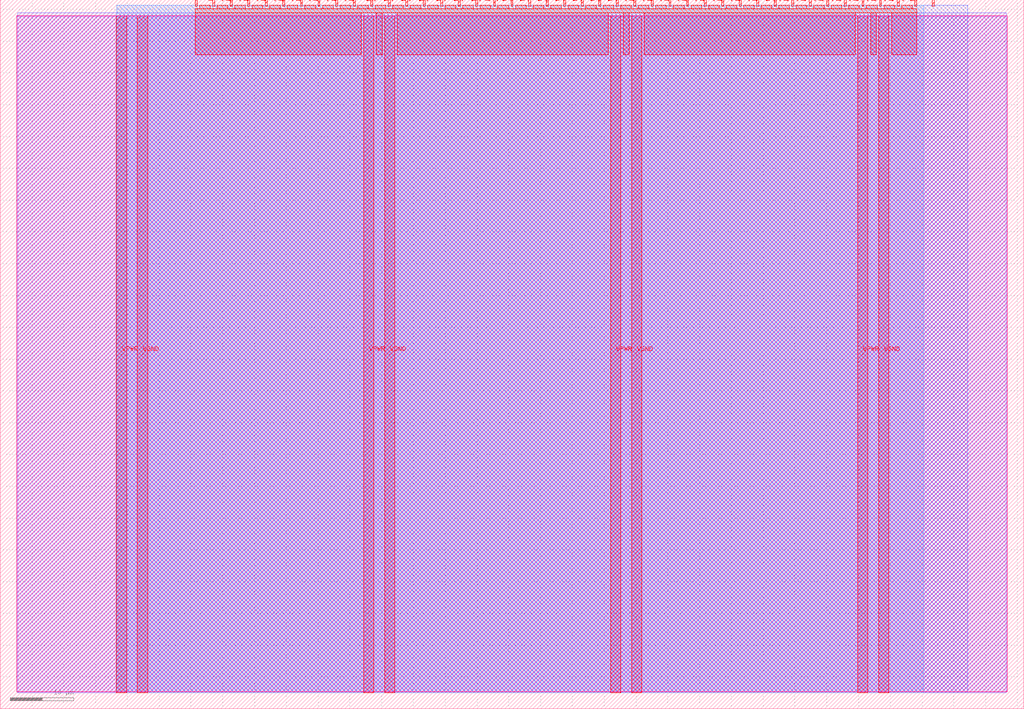
<source format=lef>
VERSION 5.7 ;
  NOWIREEXTENSIONATPIN ON ;
  DIVIDERCHAR "/" ;
  BUSBITCHARS "[]" ;
MACRO tt_um_atomNPU
  CLASS BLOCK ;
  FOREIGN tt_um_atomNPU ;
  ORIGIN 0.000 0.000 ;
  SIZE 161.000 BY 111.520 ;
  PIN VGND
    DIRECTION INOUT ;
    USE GROUND ;
    PORT
      LAYER met4 ;
        RECT 21.580 2.480 23.180 109.040 ;
    END
    PORT
      LAYER met4 ;
        RECT 60.450 2.480 62.050 109.040 ;
    END
    PORT
      LAYER met4 ;
        RECT 99.320 2.480 100.920 109.040 ;
    END
    PORT
      LAYER met4 ;
        RECT 138.190 2.480 139.790 109.040 ;
    END
  END VGND
  PIN VPWR
    DIRECTION INOUT ;
    USE POWER ;
    PORT
      LAYER met4 ;
        RECT 18.280 2.480 19.880 109.040 ;
    END
    PORT
      LAYER met4 ;
        RECT 57.150 2.480 58.750 109.040 ;
    END
    PORT
      LAYER met4 ;
        RECT 96.020 2.480 97.620 109.040 ;
    END
    PORT
      LAYER met4 ;
        RECT 134.890 2.480 136.490 109.040 ;
    END
  END VPWR
  PIN clk
    DIRECTION INPUT ;
    USE SIGNAL ;
    ANTENNAGATEAREA 0.852000 ;
    PORT
      LAYER met4 ;
        RECT 143.830 110.520 144.130 111.520 ;
    END
  END clk
  PIN ena
    DIRECTION INPUT ;
    USE SIGNAL ;
    PORT
      LAYER met4 ;
        RECT 146.590 110.520 146.890 111.520 ;
    END
  END ena
  PIN rst_n
    DIRECTION INPUT ;
    USE SIGNAL ;
    ANTENNAGATEAREA 0.126000 ;
    PORT
      LAYER met4 ;
        RECT 141.070 110.520 141.370 111.520 ;
    END
  END rst_n
  PIN ui_in[0]
    DIRECTION INPUT ;
    USE SIGNAL ;
    ANTENNAGATEAREA 0.196500 ;
    PORT
      LAYER met4 ;
        RECT 138.310 110.520 138.610 111.520 ;
    END
  END ui_in[0]
  PIN ui_in[1]
    DIRECTION INPUT ;
    USE SIGNAL ;
    ANTENNAGATEAREA 0.196500 ;
    PORT
      LAYER met4 ;
        RECT 135.550 110.520 135.850 111.520 ;
    END
  END ui_in[1]
  PIN ui_in[2]
    DIRECTION INPUT ;
    USE SIGNAL ;
    ANTENNAGATEAREA 0.196500 ;
    PORT
      LAYER met4 ;
        RECT 132.790 110.520 133.090 111.520 ;
    END
  END ui_in[2]
  PIN ui_in[3]
    DIRECTION INPUT ;
    USE SIGNAL ;
    ANTENNAGATEAREA 0.196500 ;
    PORT
      LAYER met4 ;
        RECT 130.030 110.520 130.330 111.520 ;
    END
  END ui_in[3]
  PIN ui_in[4]
    DIRECTION INPUT ;
    USE SIGNAL ;
    PORT
      LAYER met4 ;
        RECT 127.270 110.520 127.570 111.520 ;
    END
  END ui_in[4]
  PIN ui_in[5]
    DIRECTION INPUT ;
    USE SIGNAL ;
    PORT
      LAYER met4 ;
        RECT 124.510 110.520 124.810 111.520 ;
    END
  END ui_in[5]
  PIN ui_in[6]
    DIRECTION INPUT ;
    USE SIGNAL ;
    PORT
      LAYER met4 ;
        RECT 121.750 110.520 122.050 111.520 ;
    END
  END ui_in[6]
  PIN ui_in[7]
    DIRECTION INPUT ;
    USE SIGNAL ;
    PORT
      LAYER met4 ;
        RECT 118.990 110.520 119.290 111.520 ;
    END
  END ui_in[7]
  PIN uio_in[0]
    DIRECTION INPUT ;
    USE SIGNAL ;
    ANTENNAGATEAREA 0.196500 ;
    PORT
      LAYER met4 ;
        RECT 116.230 110.520 116.530 111.520 ;
    END
  END uio_in[0]
  PIN uio_in[1]
    DIRECTION INPUT ;
    USE SIGNAL ;
    ANTENNAGATEAREA 0.196500 ;
    PORT
      LAYER met4 ;
        RECT 113.470 110.520 113.770 111.520 ;
    END
  END uio_in[1]
  PIN uio_in[2]
    DIRECTION INPUT ;
    USE SIGNAL ;
    ANTENNAGATEAREA 0.196500 ;
    PORT
      LAYER met4 ;
        RECT 110.710 110.520 111.010 111.520 ;
    END
  END uio_in[2]
  PIN uio_in[3]
    DIRECTION INPUT ;
    USE SIGNAL ;
    ANTENNAGATEAREA 0.196500 ;
    PORT
      LAYER met4 ;
        RECT 107.950 110.520 108.250 111.520 ;
    END
  END uio_in[3]
  PIN uio_in[4]
    DIRECTION INPUT ;
    USE SIGNAL ;
    ANTENNAGATEAREA 0.196500 ;
    PORT
      LAYER met4 ;
        RECT 105.190 110.520 105.490 111.520 ;
    END
  END uio_in[4]
  PIN uio_in[5]
    DIRECTION INPUT ;
    USE SIGNAL ;
    PORT
      LAYER met4 ;
        RECT 102.430 110.520 102.730 111.520 ;
    END
  END uio_in[5]
  PIN uio_in[6]
    DIRECTION INPUT ;
    USE SIGNAL ;
    PORT
      LAYER met4 ;
        RECT 99.670 110.520 99.970 111.520 ;
    END
  END uio_in[6]
  PIN uio_in[7]
    DIRECTION INPUT ;
    USE SIGNAL ;
    PORT
      LAYER met4 ;
        RECT 96.910 110.520 97.210 111.520 ;
    END
  END uio_in[7]
  PIN uio_oe[0]
    DIRECTION OUTPUT ;
    USE SIGNAL ;
    PORT
      LAYER met4 ;
        RECT 49.990 110.520 50.290 111.520 ;
    END
  END uio_oe[0]
  PIN uio_oe[1]
    DIRECTION OUTPUT ;
    USE SIGNAL ;
    PORT
      LAYER met4 ;
        RECT 47.230 110.520 47.530 111.520 ;
    END
  END uio_oe[1]
  PIN uio_oe[2]
    DIRECTION OUTPUT ;
    USE SIGNAL ;
    PORT
      LAYER met4 ;
        RECT 44.470 110.520 44.770 111.520 ;
    END
  END uio_oe[2]
  PIN uio_oe[3]
    DIRECTION OUTPUT ;
    USE SIGNAL ;
    PORT
      LAYER met4 ;
        RECT 41.710 110.520 42.010 111.520 ;
    END
  END uio_oe[3]
  PIN uio_oe[4]
    DIRECTION OUTPUT ;
    USE SIGNAL ;
    PORT
      LAYER met4 ;
        RECT 38.950 110.520 39.250 111.520 ;
    END
  END uio_oe[4]
  PIN uio_oe[5]
    DIRECTION OUTPUT ;
    USE SIGNAL ;
    PORT
      LAYER met4 ;
        RECT 36.190 110.520 36.490 111.520 ;
    END
  END uio_oe[5]
  PIN uio_oe[6]
    DIRECTION OUTPUT ;
    USE SIGNAL ;
    PORT
      LAYER met4 ;
        RECT 33.430 110.520 33.730 111.520 ;
    END
  END uio_oe[6]
  PIN uio_oe[7]
    DIRECTION OUTPUT ;
    USE SIGNAL ;
    PORT
      LAYER met4 ;
        RECT 30.670 110.520 30.970 111.520 ;
    END
  END uio_oe[7]
  PIN uio_out[0]
    DIRECTION OUTPUT ;
    USE SIGNAL ;
    ANTENNAGATEAREA 0.406500 ;
    ANTENNADIFFAREA 0.891000 ;
    PORT
      LAYER met4 ;
        RECT 72.070 110.520 72.370 111.520 ;
    END
  END uio_out[0]
  PIN uio_out[1]
    DIRECTION OUTPUT ;
    USE SIGNAL ;
    ANTENNAGATEAREA 0.406500 ;
    ANTENNADIFFAREA 0.891000 ;
    PORT
      LAYER met4 ;
        RECT 69.310 110.520 69.610 111.520 ;
    END
  END uio_out[1]
  PIN uio_out[2]
    DIRECTION OUTPUT ;
    USE SIGNAL ;
    ANTENNAGATEAREA 0.406500 ;
    ANTENNADIFFAREA 0.891000 ;
    PORT
      LAYER met4 ;
        RECT 66.550 110.520 66.850 111.520 ;
    END
  END uio_out[2]
  PIN uio_out[3]
    DIRECTION OUTPUT ;
    USE SIGNAL ;
    ANTENNAGATEAREA 0.406500 ;
    ANTENNADIFFAREA 0.891000 ;
    PORT
      LAYER met4 ;
        RECT 63.790 110.520 64.090 111.520 ;
    END
  END uio_out[3]
  PIN uio_out[4]
    DIRECTION OUTPUT ;
    USE SIGNAL ;
    PORT
      LAYER met4 ;
        RECT 61.030 110.520 61.330 111.520 ;
    END
  END uio_out[4]
  PIN uio_out[5]
    DIRECTION OUTPUT ;
    USE SIGNAL ;
    ANTENNADIFFAREA 0.445500 ;
    PORT
      LAYER met4 ;
        RECT 58.270 110.520 58.570 111.520 ;
    END
  END uio_out[5]
  PIN uio_out[6]
    DIRECTION OUTPUT ;
    USE SIGNAL ;
    PORT
      LAYER met4 ;
        RECT 55.510 110.520 55.810 111.520 ;
    END
  END uio_out[6]
  PIN uio_out[7]
    DIRECTION OUTPUT ;
    USE SIGNAL ;
    PORT
      LAYER met4 ;
        RECT 52.750 110.520 53.050 111.520 ;
    END
  END uio_out[7]
  PIN uo_out[0]
    DIRECTION OUTPUT ;
    USE SIGNAL ;
    ANTENNADIFFAREA 0.445500 ;
    PORT
      LAYER met4 ;
        RECT 94.150 110.520 94.450 111.520 ;
    END
  END uo_out[0]
  PIN uo_out[1]
    DIRECTION OUTPUT ;
    USE SIGNAL ;
    ANTENNADIFFAREA 0.445500 ;
    PORT
      LAYER met4 ;
        RECT 91.390 110.520 91.690 111.520 ;
    END
  END uo_out[1]
  PIN uo_out[2]
    DIRECTION OUTPUT ;
    USE SIGNAL ;
    ANTENNADIFFAREA 0.445500 ;
    PORT
      LAYER met4 ;
        RECT 88.630 110.520 88.930 111.520 ;
    END
  END uo_out[2]
  PIN uo_out[3]
    DIRECTION OUTPUT ;
    USE SIGNAL ;
    ANTENNADIFFAREA 0.445500 ;
    PORT
      LAYER met4 ;
        RECT 85.870 110.520 86.170 111.520 ;
    END
  END uo_out[3]
  PIN uo_out[4]
    DIRECTION OUTPUT ;
    USE SIGNAL ;
    PORT
      LAYER met4 ;
        RECT 83.110 110.520 83.410 111.520 ;
    END
  END uo_out[4]
  PIN uo_out[5]
    DIRECTION OUTPUT ;
    USE SIGNAL ;
    ANTENNADIFFAREA 0.445500 ;
    PORT
      LAYER met4 ;
        RECT 80.350 110.520 80.650 111.520 ;
    END
  END uo_out[5]
  PIN uo_out[6]
    DIRECTION OUTPUT ;
    USE SIGNAL ;
    PORT
      LAYER met4 ;
        RECT 77.590 110.520 77.890 111.520 ;
    END
  END uo_out[6]
  PIN uo_out[7]
    DIRECTION OUTPUT ;
    USE SIGNAL ;
    PORT
      LAYER met4 ;
        RECT 74.830 110.520 75.130 111.520 ;
    END
  END uo_out[7]
  OBS
      LAYER nwell ;
        RECT 2.570 2.635 158.430 108.990 ;
      LAYER li1 ;
        RECT 2.760 2.635 158.240 108.885 ;
      LAYER met1 ;
        RECT 2.760 2.480 158.240 109.440 ;
      LAYER met2 ;
        RECT 18.310 2.535 152.160 110.685 ;
      LAYER met3 ;
        RECT 18.290 2.555 145.295 110.665 ;
      LAYER met4 ;
        RECT 31.370 110.120 33.030 110.665 ;
        RECT 34.130 110.120 35.790 110.665 ;
        RECT 36.890 110.120 38.550 110.665 ;
        RECT 39.650 110.120 41.310 110.665 ;
        RECT 42.410 110.120 44.070 110.665 ;
        RECT 45.170 110.120 46.830 110.665 ;
        RECT 47.930 110.120 49.590 110.665 ;
        RECT 50.690 110.120 52.350 110.665 ;
        RECT 53.450 110.120 55.110 110.665 ;
        RECT 56.210 110.120 57.870 110.665 ;
        RECT 58.970 110.120 60.630 110.665 ;
        RECT 61.730 110.120 63.390 110.665 ;
        RECT 64.490 110.120 66.150 110.665 ;
        RECT 67.250 110.120 68.910 110.665 ;
        RECT 70.010 110.120 71.670 110.665 ;
        RECT 72.770 110.120 74.430 110.665 ;
        RECT 75.530 110.120 77.190 110.665 ;
        RECT 78.290 110.120 79.950 110.665 ;
        RECT 81.050 110.120 82.710 110.665 ;
        RECT 83.810 110.120 85.470 110.665 ;
        RECT 86.570 110.120 88.230 110.665 ;
        RECT 89.330 110.120 90.990 110.665 ;
        RECT 92.090 110.120 93.750 110.665 ;
        RECT 94.850 110.120 96.510 110.665 ;
        RECT 97.610 110.120 99.270 110.665 ;
        RECT 100.370 110.120 102.030 110.665 ;
        RECT 103.130 110.120 104.790 110.665 ;
        RECT 105.890 110.120 107.550 110.665 ;
        RECT 108.650 110.120 110.310 110.665 ;
        RECT 111.410 110.120 113.070 110.665 ;
        RECT 114.170 110.120 115.830 110.665 ;
        RECT 116.930 110.120 118.590 110.665 ;
        RECT 119.690 110.120 121.350 110.665 ;
        RECT 122.450 110.120 124.110 110.665 ;
        RECT 125.210 110.120 126.870 110.665 ;
        RECT 127.970 110.120 129.630 110.665 ;
        RECT 130.730 110.120 132.390 110.665 ;
        RECT 133.490 110.120 135.150 110.665 ;
        RECT 136.250 110.120 137.910 110.665 ;
        RECT 139.010 110.120 140.670 110.665 ;
        RECT 141.770 110.120 143.430 110.665 ;
        RECT 30.655 109.440 144.145 110.120 ;
        RECT 30.655 102.855 56.750 109.440 ;
        RECT 59.150 102.855 60.050 109.440 ;
        RECT 62.450 102.855 95.620 109.440 ;
        RECT 98.020 102.855 98.920 109.440 ;
        RECT 101.320 102.855 134.490 109.440 ;
        RECT 136.890 102.855 137.790 109.440 ;
        RECT 140.190 102.855 144.145 109.440 ;
  END
END tt_um_atomNPU
END LIBRARY


</source>
